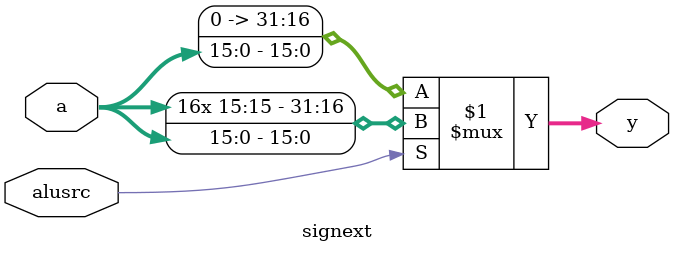
<source format=v>
`timescale 1ns / 1ps


module signext(
    input wire alusrc,
	input wire[15:0] a,
	output wire[31:0] y
    );

	assign y = alusrc?{{16{a[15]}},a}:{{16{1'b0}},a};
endmodule

</source>
